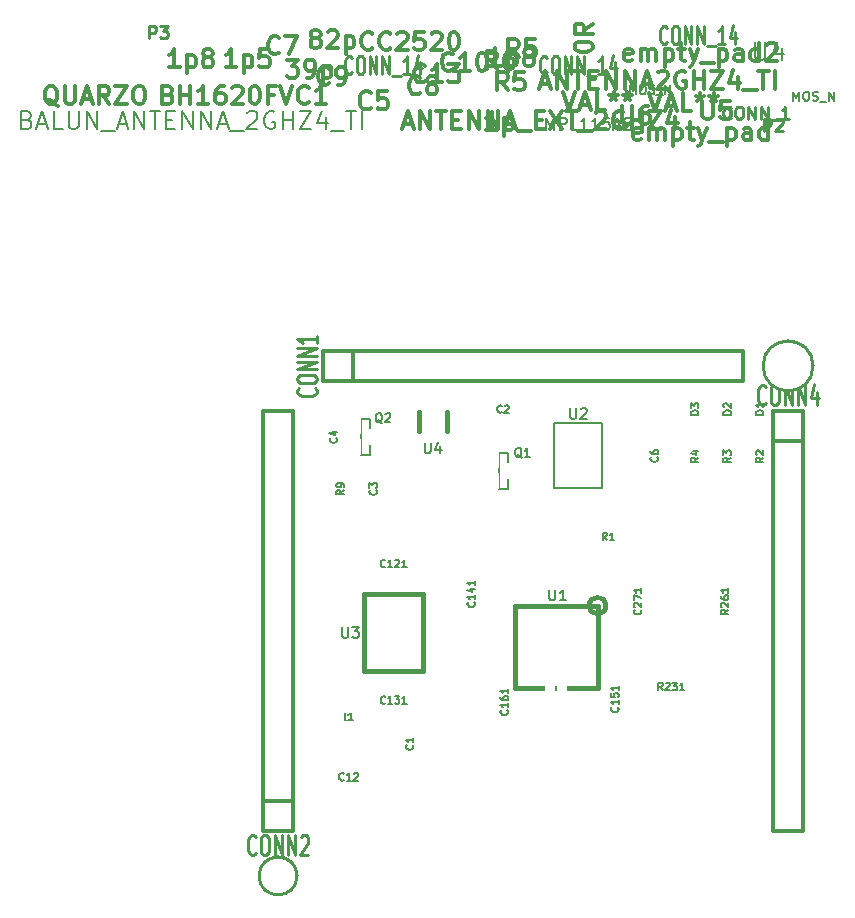
<source format=gto>
G04 (created by PCBNEW (2013-mar-13)-testing) date Sun 04 Aug 2013 09:21:59 PM CEST*
%MOIN*%
G04 Gerber Fmt 3.4, Leading zero omitted, Abs format*
%FSLAX34Y34*%
G01*
G70*
G90*
G04 APERTURE LIST*
%ADD10C,0.005906*%
%ADD11C,0.015000*%
%ADD12C,0.005000*%
%ADD13C,0.005900*%
%ADD14C,0.012000*%
%ADD15C,0.010000*%
%ADD16C,0.007500*%
%ADD17C,0.006000*%
%ADD18C,0.010700*%
%ADD19C,0.116000*%
%ADD20R,0.052000X0.052000*%
%ADD21R,0.027800X0.035700*%
%ADD22O,0.027000X0.055400*%
%ADD23O,0.055400X0.027000*%
%ADD24R,0.153800X0.153800*%
%ADD25R,0.047500X0.035700*%
%ADD26R,0.067200X0.079000*%
%ADD27C,0.156000*%
%ADD28R,0.071000X0.051000*%
%ADD29R,0.051000X0.071000*%
%ADD30C,0.086000*%
%ADD31R,0.086000X0.086000*%
%ADD32R,0.075100X0.075100*%
%ADD33C,0.075100*%
%ADD34R,0.036000X0.039600*%
%ADD35R,0.039600X0.036000*%
G04 APERTURE END LIST*
G54D10*
G54D11*
X21600Y-38000D02*
G75*
G03X21600Y-38000I-600J0D01*
G74*
G01*
G54D12*
X28350Y-25100D02*
X28350Y-23900D01*
X28350Y-23900D02*
X28650Y-23900D01*
X28650Y-23900D02*
X28650Y-25100D01*
X28650Y-25100D02*
X28350Y-25100D01*
X23757Y-23955D02*
X23757Y-22755D01*
X23757Y-22755D02*
X24057Y-22755D01*
X24057Y-22755D02*
X24057Y-23955D01*
X24057Y-23955D02*
X23757Y-23955D01*
G54D11*
X25699Y-22549D02*
X25699Y-23179D01*
X26644Y-22549D02*
X26644Y-23179D01*
X31926Y-28992D02*
G75*
G03X31926Y-28992I-278J0D01*
G74*
G01*
X31648Y-28992D02*
X31648Y-31748D01*
X31648Y-31748D02*
X28892Y-31748D01*
X28892Y-31748D02*
X28892Y-28992D01*
X28892Y-28992D02*
X31648Y-28992D01*
G54D13*
X31787Y-22917D02*
X31787Y-25083D01*
X31787Y-25083D02*
X30213Y-25083D01*
X30213Y-25083D02*
X30213Y-22917D01*
X30213Y-22917D02*
X31787Y-22917D01*
G54D11*
X25826Y-31161D02*
X23858Y-31161D01*
X23858Y-31161D02*
X23858Y-28601D01*
X23858Y-28601D02*
X25826Y-28601D01*
X25826Y-28601D02*
X25826Y-31161D01*
X38800Y-21000D02*
G75*
G03X38800Y-21000I-800J0D01*
G74*
G01*
G54D14*
X23500Y-21500D02*
X23500Y-20500D01*
X22500Y-20500D02*
X36500Y-20500D01*
X36500Y-20500D02*
X36500Y-21500D01*
X36500Y-21500D02*
X22500Y-21500D01*
X22500Y-21500D02*
X22500Y-20500D01*
X21500Y-35500D02*
X20500Y-35500D01*
X20500Y-36500D02*
X20500Y-22500D01*
X20500Y-22500D02*
X21500Y-22500D01*
X21500Y-22500D02*
X21500Y-36500D01*
X21500Y-36500D02*
X20500Y-36500D01*
X37500Y-23500D02*
X38500Y-23500D01*
X38500Y-22500D02*
X38500Y-36500D01*
X38500Y-36500D02*
X37500Y-36500D01*
X37500Y-36500D02*
X37500Y-22500D01*
X37500Y-22500D02*
X38500Y-22500D01*
G54D10*
X36910Y-10216D02*
X36910Y-10694D01*
X36938Y-10750D01*
X36966Y-10779D01*
X37022Y-10807D01*
X37135Y-10807D01*
X37191Y-10779D01*
X37219Y-10750D01*
X37247Y-10694D01*
X37247Y-10216D01*
X37781Y-10413D02*
X37781Y-10807D01*
X37641Y-10188D02*
X37500Y-10610D01*
X37866Y-10610D01*
X12636Y-12797D02*
X12720Y-12825D01*
X12748Y-12854D01*
X12776Y-12910D01*
X12776Y-12994D01*
X12748Y-13050D01*
X12720Y-13079D01*
X12664Y-13107D01*
X12439Y-13107D01*
X12439Y-12516D01*
X12636Y-12516D01*
X12692Y-12544D01*
X12720Y-12572D01*
X12748Y-12629D01*
X12748Y-12685D01*
X12720Y-12741D01*
X12692Y-12769D01*
X12636Y-12797D01*
X12439Y-12797D01*
X13001Y-12938D02*
X13283Y-12938D01*
X12945Y-13107D02*
X13142Y-12516D01*
X13339Y-13107D01*
X13817Y-13107D02*
X13536Y-13107D01*
X13536Y-12516D01*
X14014Y-12516D02*
X14014Y-12994D01*
X14042Y-13050D01*
X14070Y-13079D01*
X14126Y-13107D01*
X14239Y-13107D01*
X14295Y-13079D01*
X14323Y-13050D01*
X14351Y-12994D01*
X14351Y-12516D01*
X14632Y-13107D02*
X14632Y-12516D01*
X14970Y-13107D01*
X14970Y-12516D01*
X15111Y-13163D02*
X15560Y-13163D01*
X15673Y-12938D02*
X15954Y-12938D01*
X15617Y-13107D02*
X15814Y-12516D01*
X16010Y-13107D01*
X16207Y-13107D02*
X16207Y-12516D01*
X16545Y-13107D01*
X16545Y-12516D01*
X16742Y-12516D02*
X17079Y-12516D01*
X16910Y-13107D02*
X16910Y-12516D01*
X17276Y-12797D02*
X17473Y-12797D01*
X17557Y-13107D02*
X17276Y-13107D01*
X17276Y-12516D01*
X17557Y-12516D01*
X17810Y-13107D02*
X17810Y-12516D01*
X18148Y-13107D01*
X18148Y-12516D01*
X18429Y-13107D02*
X18429Y-12516D01*
X18766Y-13107D01*
X18766Y-12516D01*
X19019Y-12938D02*
X19301Y-12938D01*
X18963Y-13107D02*
X19160Y-12516D01*
X19357Y-13107D01*
X19413Y-13163D02*
X19863Y-13163D01*
X19976Y-12572D02*
X20004Y-12544D01*
X20060Y-12516D01*
X20200Y-12516D01*
X20257Y-12544D01*
X20285Y-12572D01*
X20313Y-12629D01*
X20313Y-12685D01*
X20285Y-12769D01*
X19947Y-13107D01*
X20313Y-13107D01*
X20875Y-12544D02*
X20819Y-12516D01*
X20735Y-12516D01*
X20650Y-12544D01*
X20594Y-12600D01*
X20566Y-12657D01*
X20538Y-12769D01*
X20538Y-12854D01*
X20566Y-12966D01*
X20594Y-13022D01*
X20650Y-13079D01*
X20735Y-13107D01*
X20791Y-13107D01*
X20875Y-13079D01*
X20904Y-13050D01*
X20904Y-12854D01*
X20791Y-12854D01*
X21157Y-13107D02*
X21157Y-12516D01*
X21157Y-12797D02*
X21494Y-12797D01*
X21494Y-13107D02*
X21494Y-12516D01*
X21719Y-12516D02*
X22113Y-12516D01*
X21719Y-13107D01*
X22113Y-13107D01*
X22591Y-12713D02*
X22591Y-13107D01*
X22450Y-12488D02*
X22310Y-12910D01*
X22675Y-12910D01*
X22760Y-13163D02*
X23209Y-13163D01*
X23266Y-12516D02*
X23603Y-12516D01*
X23434Y-13107D02*
X23434Y-12516D01*
X23800Y-13107D02*
X23800Y-12516D01*
G54D15*
X16704Y-10080D02*
X16704Y-9680D01*
X16857Y-9680D01*
X16895Y-9700D01*
X16914Y-9719D01*
X16933Y-9757D01*
X16933Y-9814D01*
X16914Y-9852D01*
X16895Y-9871D01*
X16857Y-9890D01*
X16704Y-9890D01*
X17066Y-9680D02*
X17314Y-9680D01*
X17180Y-9833D01*
X17238Y-9833D01*
X17276Y-9852D01*
X17295Y-9871D01*
X17314Y-9909D01*
X17314Y-10004D01*
X17295Y-10042D01*
X17276Y-10061D01*
X17238Y-10080D01*
X17123Y-10080D01*
X17085Y-10061D01*
X17066Y-10042D01*
G54D16*
X29121Y-24064D02*
X29092Y-24050D01*
X29064Y-24021D01*
X29021Y-23978D01*
X28992Y-23964D01*
X28964Y-23964D01*
X28978Y-24035D02*
X28950Y-24021D01*
X28921Y-23992D01*
X28907Y-23935D01*
X28907Y-23835D01*
X28921Y-23778D01*
X28950Y-23750D01*
X28978Y-23735D01*
X29035Y-23735D01*
X29064Y-23750D01*
X29092Y-23778D01*
X29107Y-23835D01*
X29107Y-23935D01*
X29092Y-23992D01*
X29064Y-24021D01*
X29035Y-24035D01*
X28978Y-24035D01*
X29392Y-24035D02*
X29221Y-24035D01*
X29307Y-24035D02*
X29307Y-23735D01*
X29278Y-23778D01*
X29250Y-23807D01*
X29221Y-23821D01*
X38178Y-12160D02*
X38178Y-11860D01*
X38278Y-12075D01*
X38378Y-11860D01*
X38378Y-12160D01*
X38578Y-11860D02*
X38635Y-11860D01*
X38664Y-11875D01*
X38692Y-11903D01*
X38707Y-11960D01*
X38707Y-12060D01*
X38692Y-12117D01*
X38664Y-12146D01*
X38635Y-12160D01*
X38578Y-12160D01*
X38550Y-12146D01*
X38521Y-12117D01*
X38507Y-12060D01*
X38507Y-11960D01*
X38521Y-11903D01*
X38550Y-11875D01*
X38578Y-11860D01*
X38821Y-12146D02*
X38864Y-12160D01*
X38935Y-12160D01*
X38964Y-12146D01*
X38978Y-12132D01*
X38992Y-12103D01*
X38992Y-12075D01*
X38978Y-12046D01*
X38964Y-12032D01*
X38935Y-12017D01*
X38878Y-12003D01*
X38850Y-11989D01*
X38835Y-11975D01*
X38821Y-11946D01*
X38821Y-11917D01*
X38835Y-11889D01*
X38850Y-11875D01*
X38878Y-11860D01*
X38950Y-11860D01*
X38992Y-11875D01*
X39050Y-12189D02*
X39278Y-12189D01*
X39350Y-12160D02*
X39350Y-11860D01*
X39521Y-12160D01*
X39521Y-11860D01*
X24471Y-22914D02*
X24442Y-22899D01*
X24414Y-22871D01*
X24371Y-22828D01*
X24342Y-22814D01*
X24314Y-22814D01*
X24328Y-22885D02*
X24299Y-22871D01*
X24271Y-22842D01*
X24257Y-22785D01*
X24257Y-22685D01*
X24271Y-22628D01*
X24299Y-22599D01*
X24328Y-22585D01*
X24385Y-22585D01*
X24414Y-22599D01*
X24442Y-22628D01*
X24457Y-22685D01*
X24457Y-22785D01*
X24442Y-22842D01*
X24414Y-22871D01*
X24385Y-22885D01*
X24328Y-22885D01*
X24571Y-22614D02*
X24585Y-22599D01*
X24614Y-22585D01*
X24685Y-22585D01*
X24714Y-22599D01*
X24728Y-22614D01*
X24742Y-22642D01*
X24742Y-22671D01*
X24728Y-22714D01*
X24557Y-22885D01*
X24742Y-22885D01*
X32728Y-11935D02*
X32728Y-11635D01*
X32828Y-11849D01*
X32928Y-11635D01*
X32928Y-11935D01*
X33128Y-11635D02*
X33185Y-11635D01*
X33214Y-11649D01*
X33242Y-11678D01*
X33257Y-11735D01*
X33257Y-11835D01*
X33242Y-11892D01*
X33214Y-11921D01*
X33185Y-11935D01*
X33128Y-11935D01*
X33099Y-11921D01*
X33071Y-11892D01*
X33057Y-11835D01*
X33057Y-11735D01*
X33071Y-11678D01*
X33099Y-11649D01*
X33128Y-11635D01*
X33371Y-11921D02*
X33414Y-11935D01*
X33485Y-11935D01*
X33514Y-11921D01*
X33528Y-11907D01*
X33542Y-11878D01*
X33542Y-11849D01*
X33528Y-11821D01*
X33514Y-11807D01*
X33485Y-11792D01*
X33428Y-11778D01*
X33399Y-11764D01*
X33385Y-11749D01*
X33371Y-11721D01*
X33371Y-11692D01*
X33385Y-11664D01*
X33399Y-11649D01*
X33428Y-11635D01*
X33499Y-11635D01*
X33542Y-11649D01*
X33599Y-11964D02*
X33828Y-11964D01*
X33899Y-11935D02*
X33899Y-11635D01*
X34071Y-11935D01*
X34071Y-11635D01*
G54D14*
X17335Y-11957D02*
X17421Y-11985D01*
X17449Y-12014D01*
X17478Y-12071D01*
X17478Y-12157D01*
X17449Y-12214D01*
X17421Y-12242D01*
X17364Y-12271D01*
X17135Y-12271D01*
X17135Y-11671D01*
X17335Y-11671D01*
X17392Y-11700D01*
X17421Y-11728D01*
X17449Y-11785D01*
X17449Y-11842D01*
X17421Y-11900D01*
X17392Y-11928D01*
X17335Y-11957D01*
X17135Y-11957D01*
X17735Y-12271D02*
X17735Y-11671D01*
X17735Y-11957D02*
X18078Y-11957D01*
X18078Y-12271D02*
X18078Y-11671D01*
X18678Y-12271D02*
X18335Y-12271D01*
X18507Y-12271D02*
X18507Y-11671D01*
X18449Y-11757D01*
X18392Y-11814D01*
X18335Y-11842D01*
X19192Y-11671D02*
X19078Y-11671D01*
X19021Y-11700D01*
X18992Y-11728D01*
X18935Y-11814D01*
X18907Y-11928D01*
X18907Y-12157D01*
X18935Y-12214D01*
X18964Y-12242D01*
X19021Y-12271D01*
X19135Y-12271D01*
X19192Y-12242D01*
X19221Y-12214D01*
X19249Y-12157D01*
X19249Y-12014D01*
X19221Y-11957D01*
X19192Y-11928D01*
X19135Y-11900D01*
X19021Y-11900D01*
X18964Y-11928D01*
X18935Y-11957D01*
X18907Y-12014D01*
X19478Y-11728D02*
X19507Y-11700D01*
X19564Y-11671D01*
X19707Y-11671D01*
X19764Y-11700D01*
X19792Y-11728D01*
X19821Y-11785D01*
X19821Y-11842D01*
X19792Y-11928D01*
X19449Y-12271D01*
X19821Y-12271D01*
X20192Y-11671D02*
X20250Y-11671D01*
X20307Y-11700D01*
X20335Y-11728D01*
X20364Y-11785D01*
X20392Y-11900D01*
X20392Y-12042D01*
X20364Y-12157D01*
X20335Y-12214D01*
X20307Y-12242D01*
X20250Y-12271D01*
X20192Y-12271D01*
X20135Y-12242D01*
X20107Y-12214D01*
X20078Y-12157D01*
X20050Y-12042D01*
X20050Y-11900D01*
X20078Y-11785D01*
X20107Y-11728D01*
X20135Y-11700D01*
X20192Y-11671D01*
X20850Y-11957D02*
X20650Y-11957D01*
X20650Y-12271D02*
X20650Y-11671D01*
X20935Y-11671D01*
X21078Y-11671D02*
X21278Y-12271D01*
X21478Y-11671D01*
X22021Y-12214D02*
X21992Y-12242D01*
X21907Y-12271D01*
X21850Y-12271D01*
X21764Y-12242D01*
X21707Y-12185D01*
X21678Y-12128D01*
X21650Y-12014D01*
X21650Y-11928D01*
X21678Y-11814D01*
X21707Y-11757D01*
X21764Y-11700D01*
X21850Y-11671D01*
X21907Y-11671D01*
X21992Y-11700D01*
X22021Y-11728D01*
X22592Y-12271D02*
X22250Y-12271D01*
X22421Y-12271D02*
X22421Y-11671D01*
X22364Y-11757D01*
X22307Y-11814D01*
X22250Y-11842D01*
G54D17*
X25883Y-23558D02*
X25883Y-23841D01*
X25900Y-23875D01*
X25916Y-23891D01*
X25950Y-23908D01*
X26016Y-23908D01*
X26050Y-23891D01*
X26066Y-23875D01*
X26083Y-23841D01*
X26083Y-23558D01*
X26400Y-23675D02*
X26400Y-23908D01*
X26316Y-23541D02*
X26233Y-23791D01*
X26450Y-23791D01*
X30033Y-28458D02*
X30033Y-28741D01*
X30050Y-28775D01*
X30066Y-28791D01*
X30100Y-28808D01*
X30166Y-28808D01*
X30200Y-28791D01*
X30216Y-28775D01*
X30233Y-28741D01*
X30233Y-28458D01*
X30583Y-28808D02*
X30383Y-28808D01*
X30483Y-28808D02*
X30483Y-28458D01*
X30450Y-28508D01*
X30416Y-28541D01*
X30383Y-28558D01*
G54D14*
X24142Y-10414D02*
X24114Y-10442D01*
X24028Y-10471D01*
X23971Y-10471D01*
X23885Y-10442D01*
X23828Y-10385D01*
X23799Y-10328D01*
X23771Y-10214D01*
X23771Y-10128D01*
X23799Y-10014D01*
X23828Y-9957D01*
X23885Y-9900D01*
X23971Y-9871D01*
X24028Y-9871D01*
X24114Y-9900D01*
X24142Y-9928D01*
X24742Y-10414D02*
X24714Y-10442D01*
X24628Y-10471D01*
X24571Y-10471D01*
X24485Y-10442D01*
X24428Y-10385D01*
X24399Y-10328D01*
X24371Y-10214D01*
X24371Y-10128D01*
X24399Y-10014D01*
X24428Y-9957D01*
X24485Y-9900D01*
X24571Y-9871D01*
X24628Y-9871D01*
X24714Y-9900D01*
X24742Y-9928D01*
X24971Y-9928D02*
X24999Y-9900D01*
X25057Y-9871D01*
X25199Y-9871D01*
X25257Y-9900D01*
X25285Y-9928D01*
X25314Y-9985D01*
X25314Y-10042D01*
X25285Y-10128D01*
X24942Y-10471D01*
X25314Y-10471D01*
X25857Y-9871D02*
X25571Y-9871D01*
X25542Y-10157D01*
X25571Y-10128D01*
X25628Y-10100D01*
X25771Y-10100D01*
X25828Y-10128D01*
X25857Y-10157D01*
X25885Y-10214D01*
X25885Y-10357D01*
X25857Y-10414D01*
X25828Y-10442D01*
X25771Y-10471D01*
X25628Y-10471D01*
X25571Y-10442D01*
X25542Y-10414D01*
X26114Y-9928D02*
X26142Y-9900D01*
X26200Y-9871D01*
X26342Y-9871D01*
X26400Y-9900D01*
X26428Y-9928D01*
X26457Y-9985D01*
X26457Y-10042D01*
X26428Y-10128D01*
X26085Y-10471D01*
X26457Y-10471D01*
X26828Y-9871D02*
X26885Y-9871D01*
X26942Y-9900D01*
X26971Y-9928D01*
X27000Y-9985D01*
X27028Y-10100D01*
X27028Y-10242D01*
X27000Y-10357D01*
X26971Y-10414D01*
X26942Y-10442D01*
X26885Y-10471D01*
X26828Y-10471D01*
X26771Y-10442D01*
X26742Y-10414D01*
X26714Y-10357D01*
X26685Y-10242D01*
X26685Y-10100D01*
X26714Y-9985D01*
X26742Y-9928D01*
X26771Y-9900D01*
X26828Y-9871D01*
G54D17*
X30733Y-22408D02*
X30733Y-22691D01*
X30750Y-22725D01*
X30766Y-22741D01*
X30800Y-22758D01*
X30866Y-22758D01*
X30900Y-22741D01*
X30916Y-22725D01*
X30933Y-22691D01*
X30933Y-22408D01*
X31083Y-22441D02*
X31100Y-22425D01*
X31133Y-22408D01*
X31216Y-22408D01*
X31250Y-22425D01*
X31266Y-22441D01*
X31283Y-22475D01*
X31283Y-22508D01*
X31266Y-22558D01*
X31066Y-22758D01*
X31283Y-22758D01*
G54D13*
X29942Y-13128D02*
X29942Y-12734D01*
X30074Y-13015D01*
X30205Y-12734D01*
X30205Y-13128D01*
X30393Y-13128D02*
X30393Y-12734D01*
X30543Y-12734D01*
X30580Y-12753D01*
X30599Y-12771D01*
X30618Y-12809D01*
X30618Y-12865D01*
X30599Y-12903D01*
X30580Y-12921D01*
X30543Y-12940D01*
X30393Y-12940D01*
X30974Y-13128D02*
X30787Y-13128D01*
X30787Y-12734D01*
X31312Y-13128D02*
X31087Y-13128D01*
X31199Y-13128D02*
X31199Y-12734D01*
X31162Y-12790D01*
X31124Y-12828D01*
X31087Y-12846D01*
X31687Y-13128D02*
X31462Y-13128D01*
X31575Y-13128D02*
X31575Y-12734D01*
X31537Y-12790D01*
X31500Y-12828D01*
X31462Y-12846D01*
X32044Y-12734D02*
X31856Y-12734D01*
X31837Y-12921D01*
X31856Y-12903D01*
X31894Y-12884D01*
X31987Y-12884D01*
X32025Y-12903D01*
X32044Y-12921D01*
X32062Y-12959D01*
X32062Y-13053D01*
X32044Y-13090D01*
X32025Y-13109D01*
X31987Y-13128D01*
X31894Y-13128D01*
X31856Y-13109D01*
X31837Y-13090D01*
X32213Y-13015D02*
X32400Y-13015D01*
X32175Y-13128D02*
X32306Y-12734D01*
X32438Y-13128D01*
X32550Y-12771D02*
X32569Y-12753D01*
X32607Y-12734D01*
X32700Y-12734D01*
X32738Y-12753D01*
X32757Y-12771D01*
X32775Y-12809D01*
X32775Y-12846D01*
X32757Y-12903D01*
X32532Y-13128D01*
X32775Y-13128D01*
G54D17*
X23133Y-29708D02*
X23133Y-29991D01*
X23150Y-30025D01*
X23166Y-30041D01*
X23200Y-30058D01*
X23266Y-30058D01*
X23300Y-30041D01*
X23316Y-30025D01*
X23333Y-29991D01*
X23333Y-29708D01*
X23466Y-29708D02*
X23683Y-29708D01*
X23566Y-29841D01*
X23616Y-29841D01*
X23650Y-29858D01*
X23666Y-29875D01*
X23683Y-29908D01*
X23683Y-29991D01*
X23666Y-30025D01*
X23650Y-30041D01*
X23616Y-30058D01*
X23516Y-30058D01*
X23483Y-30041D01*
X23466Y-30025D01*
G54D14*
X13657Y-12328D02*
X13600Y-12300D01*
X13542Y-12242D01*
X13457Y-12157D01*
X13400Y-12128D01*
X13342Y-12128D01*
X13371Y-12271D02*
X13314Y-12242D01*
X13257Y-12185D01*
X13228Y-12071D01*
X13228Y-11871D01*
X13257Y-11757D01*
X13314Y-11700D01*
X13371Y-11671D01*
X13485Y-11671D01*
X13542Y-11700D01*
X13600Y-11757D01*
X13628Y-11871D01*
X13628Y-12071D01*
X13600Y-12185D01*
X13542Y-12242D01*
X13485Y-12271D01*
X13371Y-12271D01*
X13885Y-11671D02*
X13885Y-12157D01*
X13914Y-12214D01*
X13942Y-12242D01*
X14000Y-12271D01*
X14114Y-12271D01*
X14171Y-12242D01*
X14200Y-12214D01*
X14228Y-12157D01*
X14228Y-11671D01*
X14485Y-12100D02*
X14771Y-12100D01*
X14428Y-12271D02*
X14628Y-11671D01*
X14828Y-12271D01*
X15371Y-12271D02*
X15171Y-11985D01*
X15028Y-12271D02*
X15028Y-11671D01*
X15257Y-11671D01*
X15314Y-11700D01*
X15342Y-11728D01*
X15371Y-11785D01*
X15371Y-11871D01*
X15342Y-11928D01*
X15314Y-11957D01*
X15257Y-11985D01*
X15028Y-11985D01*
X15571Y-11671D02*
X15971Y-11671D01*
X15571Y-12271D01*
X15971Y-12271D01*
X16314Y-11671D02*
X16428Y-11671D01*
X16485Y-11700D01*
X16542Y-11757D01*
X16571Y-11871D01*
X16571Y-12071D01*
X16542Y-12185D01*
X16485Y-12242D01*
X16428Y-12271D01*
X16314Y-12271D01*
X16257Y-12242D01*
X16200Y-12185D01*
X16171Y-12071D01*
X16171Y-11871D01*
X16200Y-11757D01*
X16257Y-11700D01*
X16314Y-11671D01*
G54D15*
X37204Y-13180D02*
X37204Y-12780D01*
X37357Y-12780D01*
X37395Y-12800D01*
X37414Y-12819D01*
X37433Y-12857D01*
X37433Y-12914D01*
X37414Y-12952D01*
X37395Y-12971D01*
X37357Y-12990D01*
X37204Y-12990D01*
X37585Y-12819D02*
X37604Y-12800D01*
X37642Y-12780D01*
X37738Y-12780D01*
X37776Y-12800D01*
X37795Y-12819D01*
X37814Y-12857D01*
X37814Y-12895D01*
X37795Y-12952D01*
X37566Y-13180D01*
X37814Y-13180D01*
X36082Y-12722D02*
X36063Y-12741D01*
X36006Y-12760D01*
X35968Y-12760D01*
X35910Y-12741D01*
X35872Y-12703D01*
X35853Y-12665D01*
X35834Y-12589D01*
X35834Y-12532D01*
X35853Y-12456D01*
X35872Y-12418D01*
X35910Y-12380D01*
X35968Y-12360D01*
X36006Y-12360D01*
X36063Y-12380D01*
X36082Y-12399D01*
X36330Y-12360D02*
X36406Y-12360D01*
X36444Y-12380D01*
X36482Y-12418D01*
X36501Y-12494D01*
X36501Y-12627D01*
X36482Y-12703D01*
X36444Y-12741D01*
X36406Y-12760D01*
X36330Y-12760D01*
X36291Y-12741D01*
X36253Y-12703D01*
X36234Y-12627D01*
X36234Y-12494D01*
X36253Y-12418D01*
X36291Y-12380D01*
X36330Y-12360D01*
X36672Y-12760D02*
X36672Y-12360D01*
X36901Y-12760D01*
X36901Y-12360D01*
X37091Y-12760D02*
X37091Y-12360D01*
X37320Y-12760D01*
X37320Y-12360D01*
X37415Y-12799D02*
X37720Y-12799D01*
X38025Y-12760D02*
X37796Y-12760D01*
X37910Y-12760D02*
X37910Y-12360D01*
X37872Y-12418D01*
X37834Y-12456D01*
X37796Y-12475D01*
G54D12*
X25489Y-33641D02*
X25501Y-33653D01*
X25513Y-33689D01*
X25513Y-33713D01*
X25501Y-33748D01*
X25477Y-33772D01*
X25453Y-33784D01*
X25405Y-33796D01*
X25370Y-33796D01*
X25322Y-33784D01*
X25298Y-33772D01*
X25275Y-33748D01*
X25263Y-33713D01*
X25263Y-33689D01*
X25275Y-33653D01*
X25286Y-33641D01*
X25513Y-33403D02*
X25513Y-33546D01*
X25513Y-33475D02*
X25263Y-33475D01*
X25298Y-33498D01*
X25322Y-33522D01*
X25334Y-33546D01*
X28458Y-22539D02*
X28446Y-22551D01*
X28410Y-22563D01*
X28386Y-22563D01*
X28351Y-22551D01*
X28327Y-22527D01*
X28315Y-22503D01*
X28303Y-22455D01*
X28303Y-22420D01*
X28315Y-22372D01*
X28327Y-22348D01*
X28351Y-22325D01*
X28386Y-22313D01*
X28410Y-22313D01*
X28446Y-22325D01*
X28458Y-22336D01*
X28553Y-22336D02*
X28565Y-22325D01*
X28589Y-22313D01*
X28648Y-22313D01*
X28672Y-22325D01*
X28684Y-22336D01*
X28696Y-22360D01*
X28696Y-22384D01*
X28684Y-22420D01*
X28541Y-22563D01*
X28696Y-22563D01*
X24269Y-25141D02*
X24281Y-25153D01*
X24293Y-25189D01*
X24293Y-25213D01*
X24281Y-25248D01*
X24257Y-25272D01*
X24233Y-25284D01*
X24185Y-25296D01*
X24150Y-25296D01*
X24102Y-25284D01*
X24078Y-25272D01*
X24055Y-25248D01*
X24043Y-25213D01*
X24043Y-25189D01*
X24055Y-25153D01*
X24066Y-25141D01*
X24043Y-25058D02*
X24043Y-24903D01*
X24138Y-24986D01*
X24138Y-24951D01*
X24150Y-24927D01*
X24162Y-24915D01*
X24185Y-24903D01*
X24245Y-24903D01*
X24269Y-24915D01*
X24281Y-24927D01*
X24293Y-24951D01*
X24293Y-25022D01*
X24281Y-25046D01*
X24269Y-25058D01*
X22943Y-23407D02*
X22955Y-23419D01*
X22967Y-23455D01*
X22967Y-23479D01*
X22955Y-23514D01*
X22931Y-23538D01*
X22907Y-23550D01*
X22859Y-23562D01*
X22824Y-23562D01*
X22776Y-23550D01*
X22752Y-23538D01*
X22729Y-23514D01*
X22717Y-23479D01*
X22717Y-23455D01*
X22729Y-23419D01*
X22740Y-23407D01*
X22800Y-23193D02*
X22967Y-23193D01*
X22705Y-23252D02*
X22883Y-23312D01*
X22883Y-23157D01*
X33639Y-24041D02*
X33651Y-24053D01*
X33663Y-24089D01*
X33663Y-24113D01*
X33651Y-24148D01*
X33627Y-24172D01*
X33603Y-24184D01*
X33555Y-24196D01*
X33520Y-24196D01*
X33472Y-24184D01*
X33448Y-24172D01*
X33425Y-24148D01*
X33413Y-24113D01*
X33413Y-24089D01*
X33425Y-24053D01*
X33436Y-24041D01*
X33413Y-23827D02*
X33413Y-23875D01*
X33425Y-23898D01*
X33436Y-23910D01*
X33472Y-23934D01*
X33520Y-23946D01*
X33615Y-23946D01*
X33639Y-23934D01*
X33651Y-23922D01*
X33663Y-23898D01*
X33663Y-23851D01*
X33651Y-23827D01*
X33639Y-23815D01*
X33615Y-23803D01*
X33555Y-23803D01*
X33532Y-23815D01*
X33520Y-23827D01*
X33508Y-23851D01*
X33508Y-23898D01*
X33520Y-23922D01*
X33532Y-23934D01*
X33555Y-23946D01*
X23188Y-34798D02*
X23176Y-34810D01*
X23140Y-34822D01*
X23116Y-34822D01*
X23081Y-34810D01*
X23057Y-34787D01*
X23045Y-34763D01*
X23033Y-34715D01*
X23033Y-34679D01*
X23045Y-34632D01*
X23057Y-34608D01*
X23081Y-34584D01*
X23116Y-34572D01*
X23140Y-34572D01*
X23176Y-34584D01*
X23188Y-34596D01*
X23426Y-34822D02*
X23283Y-34822D01*
X23355Y-34822D02*
X23355Y-34572D01*
X23331Y-34608D01*
X23307Y-34632D01*
X23283Y-34644D01*
X23521Y-34596D02*
X23533Y-34584D01*
X23557Y-34572D01*
X23616Y-34572D01*
X23640Y-34584D01*
X23652Y-34596D01*
X23664Y-34620D01*
X23664Y-34644D01*
X23652Y-34679D01*
X23509Y-34822D01*
X23664Y-34822D01*
X24570Y-27689D02*
X24558Y-27701D01*
X24522Y-27713D01*
X24498Y-27713D01*
X24463Y-27701D01*
X24439Y-27677D01*
X24427Y-27653D01*
X24415Y-27605D01*
X24415Y-27570D01*
X24427Y-27522D01*
X24439Y-27498D01*
X24463Y-27475D01*
X24498Y-27463D01*
X24522Y-27463D01*
X24558Y-27475D01*
X24570Y-27486D01*
X24808Y-27713D02*
X24665Y-27713D01*
X24736Y-27713D02*
X24736Y-27463D01*
X24713Y-27498D01*
X24689Y-27522D01*
X24665Y-27534D01*
X24903Y-27486D02*
X24915Y-27475D01*
X24939Y-27463D01*
X24998Y-27463D01*
X25022Y-27475D01*
X25034Y-27486D01*
X25046Y-27510D01*
X25046Y-27534D01*
X25034Y-27570D01*
X24891Y-27713D01*
X25046Y-27713D01*
X25284Y-27713D02*
X25141Y-27713D01*
X25213Y-27713D02*
X25213Y-27463D01*
X25189Y-27498D01*
X25165Y-27522D01*
X25141Y-27534D01*
X24570Y-32239D02*
X24558Y-32251D01*
X24522Y-32263D01*
X24498Y-32263D01*
X24463Y-32251D01*
X24439Y-32227D01*
X24427Y-32203D01*
X24415Y-32155D01*
X24415Y-32120D01*
X24427Y-32072D01*
X24439Y-32048D01*
X24463Y-32025D01*
X24498Y-32013D01*
X24522Y-32013D01*
X24558Y-32025D01*
X24570Y-32036D01*
X24808Y-32263D02*
X24665Y-32263D01*
X24736Y-32263D02*
X24736Y-32013D01*
X24713Y-32048D01*
X24689Y-32072D01*
X24665Y-32084D01*
X24891Y-32013D02*
X25046Y-32013D01*
X24963Y-32108D01*
X24998Y-32108D01*
X25022Y-32120D01*
X25034Y-32132D01*
X25046Y-32155D01*
X25046Y-32215D01*
X25034Y-32239D01*
X25022Y-32251D01*
X24998Y-32263D01*
X24927Y-32263D01*
X24903Y-32251D01*
X24891Y-32239D01*
X25284Y-32263D02*
X25141Y-32263D01*
X25213Y-32263D02*
X25213Y-32013D01*
X25189Y-32048D01*
X25165Y-32072D01*
X25141Y-32084D01*
X27539Y-28879D02*
X27551Y-28891D01*
X27563Y-28927D01*
X27563Y-28951D01*
X27551Y-28986D01*
X27527Y-29010D01*
X27503Y-29022D01*
X27455Y-29034D01*
X27420Y-29034D01*
X27372Y-29022D01*
X27348Y-29010D01*
X27325Y-28986D01*
X27313Y-28951D01*
X27313Y-28927D01*
X27325Y-28891D01*
X27336Y-28879D01*
X27563Y-28641D02*
X27563Y-28784D01*
X27563Y-28713D02*
X27313Y-28713D01*
X27348Y-28736D01*
X27372Y-28760D01*
X27384Y-28784D01*
X27396Y-28427D02*
X27563Y-28427D01*
X27301Y-28486D02*
X27479Y-28546D01*
X27479Y-28391D01*
X27563Y-28165D02*
X27563Y-28308D01*
X27563Y-28236D02*
X27313Y-28236D01*
X27348Y-28260D01*
X27372Y-28284D01*
X27384Y-28308D01*
X32327Y-32379D02*
X32339Y-32391D01*
X32351Y-32427D01*
X32351Y-32451D01*
X32339Y-32486D01*
X32315Y-32510D01*
X32292Y-32522D01*
X32244Y-32534D01*
X32208Y-32534D01*
X32161Y-32522D01*
X32137Y-32510D01*
X32113Y-32486D01*
X32101Y-32451D01*
X32101Y-32427D01*
X32113Y-32391D01*
X32125Y-32379D01*
X32351Y-32141D02*
X32351Y-32284D01*
X32351Y-32213D02*
X32101Y-32213D01*
X32137Y-32236D01*
X32161Y-32260D01*
X32173Y-32284D01*
X32101Y-31915D02*
X32101Y-32034D01*
X32220Y-32046D01*
X32208Y-32034D01*
X32196Y-32010D01*
X32196Y-31951D01*
X32208Y-31927D01*
X32220Y-31915D01*
X32244Y-31903D01*
X32304Y-31903D01*
X32327Y-31915D01*
X32339Y-31927D01*
X32351Y-31951D01*
X32351Y-32010D01*
X32339Y-32034D01*
X32327Y-32046D01*
X32351Y-31665D02*
X32351Y-31808D01*
X32351Y-31736D02*
X32101Y-31736D01*
X32137Y-31760D01*
X32161Y-31784D01*
X32173Y-31808D01*
X28639Y-32479D02*
X28651Y-32491D01*
X28663Y-32527D01*
X28663Y-32551D01*
X28651Y-32586D01*
X28627Y-32610D01*
X28603Y-32622D01*
X28555Y-32634D01*
X28520Y-32634D01*
X28472Y-32622D01*
X28448Y-32610D01*
X28425Y-32586D01*
X28413Y-32551D01*
X28413Y-32527D01*
X28425Y-32491D01*
X28436Y-32479D01*
X28663Y-32241D02*
X28663Y-32384D01*
X28663Y-32313D02*
X28413Y-32313D01*
X28448Y-32336D01*
X28472Y-32360D01*
X28484Y-32384D01*
X28413Y-32027D02*
X28413Y-32075D01*
X28425Y-32098D01*
X28436Y-32110D01*
X28472Y-32134D01*
X28520Y-32146D01*
X28615Y-32146D01*
X28639Y-32134D01*
X28651Y-32122D01*
X28663Y-32098D01*
X28663Y-32051D01*
X28651Y-32027D01*
X28639Y-32015D01*
X28615Y-32003D01*
X28555Y-32003D01*
X28532Y-32015D01*
X28520Y-32027D01*
X28508Y-32051D01*
X28508Y-32098D01*
X28520Y-32122D01*
X28532Y-32134D01*
X28555Y-32146D01*
X28663Y-31765D02*
X28663Y-31908D01*
X28663Y-31836D02*
X28413Y-31836D01*
X28448Y-31860D01*
X28472Y-31884D01*
X28484Y-31908D01*
X33089Y-29129D02*
X33101Y-29141D01*
X33113Y-29177D01*
X33113Y-29201D01*
X33101Y-29236D01*
X33077Y-29260D01*
X33053Y-29272D01*
X33005Y-29284D01*
X32970Y-29284D01*
X32922Y-29272D01*
X32898Y-29260D01*
X32875Y-29236D01*
X32863Y-29201D01*
X32863Y-29177D01*
X32875Y-29141D01*
X32886Y-29129D01*
X32886Y-29034D02*
X32875Y-29022D01*
X32863Y-28998D01*
X32863Y-28939D01*
X32875Y-28915D01*
X32886Y-28903D01*
X32910Y-28891D01*
X32934Y-28891D01*
X32970Y-28903D01*
X33113Y-29046D01*
X33113Y-28891D01*
X32863Y-28808D02*
X32863Y-28641D01*
X33113Y-28748D01*
X33113Y-28415D02*
X33113Y-28558D01*
X33113Y-28486D02*
X32863Y-28486D01*
X32898Y-28510D01*
X32922Y-28534D01*
X32934Y-28558D01*
X37179Y-22625D02*
X36929Y-22625D01*
X36929Y-22565D01*
X36940Y-22530D01*
X36964Y-22506D01*
X36988Y-22494D01*
X37036Y-22482D01*
X37071Y-22482D01*
X37119Y-22494D01*
X37143Y-22506D01*
X37167Y-22530D01*
X37179Y-22565D01*
X37179Y-22625D01*
X37179Y-22244D02*
X37179Y-22387D01*
X37179Y-22315D02*
X36929Y-22315D01*
X36964Y-22339D01*
X36988Y-22363D01*
X37000Y-22387D01*
X36096Y-22625D02*
X35846Y-22625D01*
X35846Y-22565D01*
X35857Y-22530D01*
X35881Y-22506D01*
X35905Y-22494D01*
X35953Y-22482D01*
X35988Y-22482D01*
X36036Y-22494D01*
X36060Y-22506D01*
X36084Y-22530D01*
X36096Y-22565D01*
X36096Y-22625D01*
X35869Y-22387D02*
X35857Y-22375D01*
X35846Y-22351D01*
X35846Y-22292D01*
X35857Y-22268D01*
X35869Y-22256D01*
X35893Y-22244D01*
X35917Y-22244D01*
X35953Y-22256D01*
X36096Y-22399D01*
X36096Y-22244D01*
X35013Y-22625D02*
X34763Y-22625D01*
X34763Y-22565D01*
X34775Y-22530D01*
X34798Y-22506D01*
X34822Y-22494D01*
X34870Y-22482D01*
X34905Y-22482D01*
X34953Y-22494D01*
X34977Y-22506D01*
X35001Y-22530D01*
X35013Y-22565D01*
X35013Y-22625D01*
X34763Y-22399D02*
X34763Y-22244D01*
X34858Y-22327D01*
X34858Y-22292D01*
X34870Y-22268D01*
X34882Y-22256D01*
X34905Y-22244D01*
X34965Y-22244D01*
X34989Y-22256D01*
X35001Y-22268D01*
X35013Y-22292D01*
X35013Y-22363D01*
X35001Y-22387D01*
X34989Y-22399D01*
X23262Y-32809D02*
X23238Y-32797D01*
X23227Y-32773D01*
X23227Y-32559D01*
X23488Y-32809D02*
X23346Y-32809D01*
X23417Y-32809D02*
X23417Y-32559D01*
X23393Y-32594D01*
X23369Y-32618D01*
X23346Y-32630D01*
X31958Y-26813D02*
X31875Y-26694D01*
X31815Y-26813D02*
X31815Y-26563D01*
X31910Y-26563D01*
X31934Y-26575D01*
X31946Y-26586D01*
X31958Y-26610D01*
X31958Y-26646D01*
X31946Y-26670D01*
X31934Y-26682D01*
X31910Y-26694D01*
X31815Y-26694D01*
X32196Y-26813D02*
X32053Y-26813D01*
X32125Y-26813D02*
X32125Y-26563D01*
X32101Y-26598D01*
X32077Y-26622D01*
X32053Y-26634D01*
X37179Y-24057D02*
X37060Y-24140D01*
X37179Y-24200D02*
X36929Y-24200D01*
X36929Y-24105D01*
X36940Y-24081D01*
X36952Y-24069D01*
X36976Y-24057D01*
X37012Y-24057D01*
X37036Y-24069D01*
X37048Y-24081D01*
X37060Y-24105D01*
X37060Y-24200D01*
X36952Y-23962D02*
X36940Y-23950D01*
X36929Y-23926D01*
X36929Y-23867D01*
X36940Y-23843D01*
X36952Y-23831D01*
X36976Y-23819D01*
X37000Y-23819D01*
X37036Y-23831D01*
X37179Y-23974D01*
X37179Y-23819D01*
X36096Y-24057D02*
X35977Y-24140D01*
X36096Y-24200D02*
X35846Y-24200D01*
X35846Y-24105D01*
X35857Y-24081D01*
X35869Y-24069D01*
X35893Y-24057D01*
X35929Y-24057D01*
X35953Y-24069D01*
X35965Y-24081D01*
X35977Y-24105D01*
X35977Y-24200D01*
X35846Y-23974D02*
X35846Y-23819D01*
X35941Y-23902D01*
X35941Y-23867D01*
X35953Y-23843D01*
X35965Y-23831D01*
X35988Y-23819D01*
X36048Y-23819D01*
X36072Y-23831D01*
X36084Y-23843D01*
X36096Y-23867D01*
X36096Y-23938D01*
X36084Y-23962D01*
X36072Y-23974D01*
X35013Y-24057D02*
X34894Y-24140D01*
X35013Y-24200D02*
X34763Y-24200D01*
X34763Y-24105D01*
X34775Y-24081D01*
X34786Y-24069D01*
X34810Y-24057D01*
X34846Y-24057D01*
X34870Y-24069D01*
X34882Y-24081D01*
X34894Y-24105D01*
X34894Y-24200D01*
X34846Y-23843D02*
X35013Y-23843D01*
X34751Y-23902D02*
X34929Y-23962D01*
X34929Y-23807D01*
X23193Y-25140D02*
X23074Y-25224D01*
X23193Y-25283D02*
X22943Y-25283D01*
X22943Y-25188D01*
X22955Y-25164D01*
X22966Y-25152D01*
X22990Y-25140D01*
X23026Y-25140D01*
X23050Y-25152D01*
X23062Y-25164D01*
X23074Y-25188D01*
X23074Y-25283D01*
X23193Y-25021D02*
X23193Y-24974D01*
X23181Y-24950D01*
X23169Y-24938D01*
X23133Y-24914D01*
X23085Y-24902D01*
X22990Y-24902D01*
X22966Y-24914D01*
X22955Y-24926D01*
X22943Y-24950D01*
X22943Y-24997D01*
X22955Y-25021D01*
X22966Y-25033D01*
X22990Y-25045D01*
X23050Y-25045D01*
X23074Y-25033D01*
X23085Y-25021D01*
X23097Y-24997D01*
X23097Y-24950D01*
X23085Y-24926D01*
X23074Y-24914D01*
X23050Y-24902D01*
X33820Y-31813D02*
X33736Y-31694D01*
X33677Y-31813D02*
X33677Y-31563D01*
X33772Y-31563D01*
X33796Y-31575D01*
X33808Y-31586D01*
X33820Y-31610D01*
X33820Y-31646D01*
X33808Y-31670D01*
X33796Y-31682D01*
X33772Y-31694D01*
X33677Y-31694D01*
X33915Y-31586D02*
X33927Y-31575D01*
X33951Y-31563D01*
X34010Y-31563D01*
X34034Y-31575D01*
X34046Y-31586D01*
X34058Y-31610D01*
X34058Y-31634D01*
X34046Y-31670D01*
X33903Y-31813D01*
X34058Y-31813D01*
X34141Y-31563D02*
X34296Y-31563D01*
X34213Y-31658D01*
X34248Y-31658D01*
X34272Y-31670D01*
X34284Y-31682D01*
X34296Y-31705D01*
X34296Y-31765D01*
X34284Y-31789D01*
X34272Y-31801D01*
X34248Y-31813D01*
X34177Y-31813D01*
X34153Y-31801D01*
X34141Y-31789D01*
X34534Y-31813D02*
X34391Y-31813D01*
X34463Y-31813D02*
X34463Y-31563D01*
X34439Y-31598D01*
X34415Y-31622D01*
X34391Y-31634D01*
X36013Y-29129D02*
X35894Y-29213D01*
X36013Y-29272D02*
X35763Y-29272D01*
X35763Y-29177D01*
X35775Y-29153D01*
X35786Y-29141D01*
X35810Y-29129D01*
X35846Y-29129D01*
X35870Y-29141D01*
X35882Y-29153D01*
X35894Y-29177D01*
X35894Y-29272D01*
X35786Y-29034D02*
X35775Y-29022D01*
X35763Y-28998D01*
X35763Y-28939D01*
X35775Y-28915D01*
X35786Y-28903D01*
X35810Y-28891D01*
X35834Y-28891D01*
X35870Y-28903D01*
X36013Y-29046D01*
X36013Y-28891D01*
X35763Y-28677D02*
X35763Y-28725D01*
X35775Y-28748D01*
X35786Y-28760D01*
X35822Y-28784D01*
X35870Y-28796D01*
X35965Y-28796D01*
X35989Y-28784D01*
X36001Y-28772D01*
X36013Y-28748D01*
X36013Y-28701D01*
X36001Y-28677D01*
X35989Y-28665D01*
X35965Y-28653D01*
X35905Y-28653D01*
X35882Y-28665D01*
X35870Y-28677D01*
X35858Y-28701D01*
X35858Y-28748D01*
X35870Y-28772D01*
X35882Y-28784D01*
X35905Y-28796D01*
X36013Y-28415D02*
X36013Y-28558D01*
X36013Y-28486D02*
X35763Y-28486D01*
X35798Y-28510D01*
X35822Y-28534D01*
X35834Y-28558D01*
G54D14*
X35142Y-12171D02*
X35142Y-12657D01*
X35171Y-12714D01*
X35200Y-12742D01*
X35257Y-12771D01*
X35371Y-12771D01*
X35428Y-12742D01*
X35457Y-12714D01*
X35485Y-12657D01*
X35485Y-12171D01*
X36057Y-12171D02*
X35771Y-12171D01*
X35742Y-12457D01*
X35771Y-12428D01*
X35828Y-12400D01*
X35971Y-12400D01*
X36028Y-12428D01*
X36057Y-12457D01*
X36085Y-12514D01*
X36085Y-12657D01*
X36057Y-12714D01*
X36028Y-12742D01*
X35971Y-12771D01*
X35828Y-12771D01*
X35771Y-12742D01*
X35742Y-12714D01*
X25182Y-12940D02*
X25468Y-12940D01*
X25125Y-13111D02*
X25325Y-12511D01*
X25525Y-13111D01*
X25725Y-13111D02*
X25725Y-12511D01*
X26068Y-13111D01*
X26068Y-12511D01*
X26268Y-12511D02*
X26611Y-12511D01*
X26439Y-13111D02*
X26439Y-12511D01*
X26811Y-12797D02*
X27011Y-12797D01*
X27097Y-13111D02*
X26811Y-13111D01*
X26811Y-12511D01*
X27097Y-12511D01*
X27354Y-13111D02*
X27354Y-12511D01*
X27697Y-13111D01*
X27697Y-12511D01*
X27982Y-13111D02*
X27982Y-12511D01*
X28325Y-13111D01*
X28325Y-12511D01*
X28582Y-12940D02*
X28868Y-12940D01*
X28525Y-13111D02*
X28725Y-12511D01*
X28925Y-13111D01*
X28982Y-13168D02*
X29439Y-13168D01*
X29582Y-12797D02*
X29782Y-12797D01*
X29868Y-13111D02*
X29582Y-13111D01*
X29582Y-12511D01*
X29868Y-12511D01*
X30068Y-12511D02*
X30468Y-13111D01*
X30468Y-12511D02*
X30068Y-13111D01*
X30611Y-12511D02*
X30954Y-12511D01*
X30782Y-13111D02*
X30782Y-12511D01*
X31011Y-13168D02*
X31468Y-13168D01*
X31582Y-12568D02*
X31611Y-12540D01*
X31668Y-12511D01*
X31811Y-12511D01*
X31868Y-12540D01*
X31897Y-12568D01*
X31925Y-12625D01*
X31925Y-12682D01*
X31897Y-12768D01*
X31554Y-13111D01*
X31925Y-13111D01*
X32497Y-12540D02*
X32440Y-12511D01*
X32354Y-12511D01*
X32268Y-12540D01*
X32211Y-12597D01*
X32182Y-12654D01*
X32154Y-12768D01*
X32154Y-12854D01*
X32182Y-12968D01*
X32211Y-13025D01*
X32268Y-13082D01*
X32354Y-13111D01*
X32411Y-13111D01*
X32497Y-13082D01*
X32525Y-13054D01*
X32525Y-12854D01*
X32411Y-12854D01*
X32782Y-13111D02*
X32782Y-12511D01*
X32782Y-12797D02*
X33125Y-12797D01*
X33125Y-13111D02*
X33125Y-12511D01*
X33354Y-12511D02*
X33754Y-12511D01*
X33354Y-13111D01*
X33754Y-13111D01*
X34240Y-12711D02*
X34240Y-13111D01*
X34097Y-12482D02*
X33954Y-12911D01*
X34325Y-12911D01*
X32448Y-12339D02*
X32448Y-12825D01*
X32477Y-12882D01*
X32506Y-12910D01*
X32563Y-12939D01*
X32677Y-12939D01*
X32734Y-12910D01*
X32763Y-12882D01*
X32791Y-12825D01*
X32791Y-12339D01*
X33334Y-12339D02*
X33220Y-12339D01*
X33163Y-12368D01*
X33134Y-12396D01*
X33077Y-12482D01*
X33048Y-12596D01*
X33048Y-12825D01*
X33077Y-12882D01*
X33106Y-12910D01*
X33163Y-12939D01*
X33277Y-12939D01*
X33334Y-12910D01*
X33363Y-12882D01*
X33391Y-12825D01*
X33391Y-12682D01*
X33363Y-12625D01*
X33334Y-12596D01*
X33277Y-12568D01*
X33163Y-12568D01*
X33106Y-12596D01*
X33077Y-12625D01*
X33048Y-12682D01*
X29751Y-11588D02*
X30037Y-11588D01*
X29694Y-11759D02*
X29894Y-11159D01*
X30094Y-11759D01*
X30294Y-11759D02*
X30294Y-11159D01*
X30637Y-11759D01*
X30637Y-11159D01*
X30837Y-11159D02*
X31180Y-11159D01*
X31008Y-11759D02*
X31008Y-11159D01*
X31380Y-11445D02*
X31580Y-11445D01*
X31666Y-11759D02*
X31380Y-11759D01*
X31380Y-11159D01*
X31666Y-11159D01*
X31923Y-11759D02*
X31923Y-11159D01*
X32266Y-11759D01*
X32266Y-11159D01*
X32551Y-11759D02*
X32551Y-11159D01*
X32894Y-11759D01*
X32894Y-11159D01*
X33151Y-11588D02*
X33437Y-11588D01*
X33094Y-11759D02*
X33294Y-11159D01*
X33494Y-11759D01*
X33666Y-11216D02*
X33694Y-11188D01*
X33751Y-11159D01*
X33894Y-11159D01*
X33951Y-11188D01*
X33980Y-11216D01*
X34008Y-11273D01*
X34008Y-11330D01*
X33980Y-11416D01*
X33637Y-11759D01*
X34008Y-11759D01*
X34580Y-11188D02*
X34523Y-11159D01*
X34437Y-11159D01*
X34351Y-11188D01*
X34294Y-11245D01*
X34266Y-11302D01*
X34237Y-11416D01*
X34237Y-11502D01*
X34266Y-11616D01*
X34294Y-11673D01*
X34351Y-11730D01*
X34437Y-11759D01*
X34494Y-11759D01*
X34580Y-11730D01*
X34608Y-11702D01*
X34608Y-11502D01*
X34494Y-11502D01*
X34866Y-11759D02*
X34866Y-11159D01*
X34866Y-11445D02*
X35208Y-11445D01*
X35208Y-11759D02*
X35208Y-11159D01*
X35437Y-11159D02*
X35837Y-11159D01*
X35437Y-11759D01*
X35837Y-11759D01*
X36323Y-11359D02*
X36323Y-11759D01*
X36180Y-11130D02*
X36037Y-11559D01*
X36408Y-11559D01*
X36494Y-11816D02*
X36951Y-11816D01*
X37008Y-11159D02*
X37351Y-11159D01*
X37180Y-11759D02*
X37180Y-11159D01*
X37551Y-11759D02*
X37551Y-11159D01*
G54D18*
X22243Y-21743D02*
X22275Y-21764D01*
X22308Y-21825D01*
X22308Y-21866D01*
X22275Y-21927D01*
X22210Y-21968D01*
X22145Y-21988D01*
X22016Y-22008D01*
X21918Y-22008D01*
X21789Y-21988D01*
X21724Y-21968D01*
X21659Y-21927D01*
X21627Y-21866D01*
X21627Y-21825D01*
X21659Y-21764D01*
X21691Y-21743D01*
X21627Y-21478D02*
X21627Y-21397D01*
X21659Y-21356D01*
X21724Y-21315D01*
X21854Y-21295D01*
X22081Y-21295D01*
X22210Y-21315D01*
X22275Y-21356D01*
X22308Y-21397D01*
X22308Y-21478D01*
X22275Y-21519D01*
X22210Y-21560D01*
X22081Y-21580D01*
X21854Y-21580D01*
X21724Y-21560D01*
X21659Y-21519D01*
X21627Y-21478D01*
X22308Y-21112D02*
X21627Y-21112D01*
X22308Y-20867D01*
X21627Y-20867D01*
X22308Y-20663D02*
X21627Y-20663D01*
X22308Y-20419D01*
X21627Y-20419D01*
X22308Y-19991D02*
X22308Y-20235D01*
X22308Y-20113D02*
X21627Y-20113D01*
X21724Y-20154D01*
X21789Y-20194D01*
X21821Y-20235D01*
G54D15*
X29961Y-11214D02*
X29942Y-11242D01*
X29885Y-11271D01*
X29847Y-11271D01*
X29790Y-11242D01*
X29752Y-11185D01*
X29733Y-11128D01*
X29714Y-11014D01*
X29714Y-10928D01*
X29733Y-10814D01*
X29752Y-10757D01*
X29790Y-10700D01*
X29847Y-10671D01*
X29885Y-10671D01*
X29942Y-10700D01*
X29961Y-10728D01*
X30209Y-10671D02*
X30285Y-10671D01*
X30323Y-10700D01*
X30361Y-10757D01*
X30380Y-10871D01*
X30380Y-11071D01*
X30361Y-11185D01*
X30323Y-11242D01*
X30285Y-11271D01*
X30209Y-11271D01*
X30171Y-11242D01*
X30133Y-11185D01*
X30114Y-11071D01*
X30114Y-10871D01*
X30133Y-10757D01*
X30171Y-10700D01*
X30209Y-10671D01*
X30552Y-11271D02*
X30552Y-10671D01*
X30780Y-11271D01*
X30780Y-10671D01*
X30971Y-11271D02*
X30971Y-10671D01*
X31200Y-11271D01*
X31200Y-10671D01*
X31295Y-11328D02*
X31600Y-11328D01*
X31904Y-11271D02*
X31676Y-11271D01*
X31790Y-11271D02*
X31790Y-10671D01*
X31752Y-10757D01*
X31714Y-10814D01*
X31676Y-10842D01*
X32247Y-10871D02*
X32247Y-11271D01*
X32152Y-10642D02*
X32057Y-11071D01*
X32304Y-11071D01*
G54D18*
X20256Y-37243D02*
X20235Y-37275D01*
X20174Y-37308D01*
X20133Y-37308D01*
X20072Y-37275D01*
X20031Y-37210D01*
X20011Y-37145D01*
X19991Y-37016D01*
X19991Y-36918D01*
X20011Y-36789D01*
X20031Y-36724D01*
X20072Y-36659D01*
X20133Y-36627D01*
X20174Y-36627D01*
X20235Y-36659D01*
X20256Y-36691D01*
X20521Y-36627D02*
X20602Y-36627D01*
X20643Y-36659D01*
X20684Y-36724D01*
X20704Y-36854D01*
X20704Y-37081D01*
X20684Y-37210D01*
X20643Y-37275D01*
X20602Y-37308D01*
X20521Y-37308D01*
X20480Y-37275D01*
X20439Y-37210D01*
X20419Y-37081D01*
X20419Y-36854D01*
X20439Y-36724D01*
X20480Y-36659D01*
X20521Y-36627D01*
X20887Y-37308D02*
X20887Y-36627D01*
X21132Y-37308D01*
X21132Y-36627D01*
X21336Y-37308D02*
X21336Y-36627D01*
X21580Y-37308D01*
X21580Y-36627D01*
X21764Y-36691D02*
X21784Y-36659D01*
X21825Y-36627D01*
X21927Y-36627D01*
X21968Y-36659D01*
X21988Y-36691D01*
X22008Y-36756D01*
X22008Y-36821D01*
X21988Y-36918D01*
X21743Y-37308D01*
X22008Y-37308D01*
G54D15*
X23461Y-11214D02*
X23442Y-11242D01*
X23385Y-11271D01*
X23347Y-11271D01*
X23290Y-11242D01*
X23252Y-11185D01*
X23233Y-11128D01*
X23214Y-11014D01*
X23214Y-10928D01*
X23233Y-10814D01*
X23252Y-10757D01*
X23290Y-10700D01*
X23347Y-10671D01*
X23385Y-10671D01*
X23442Y-10700D01*
X23461Y-10728D01*
X23709Y-10671D02*
X23785Y-10671D01*
X23823Y-10700D01*
X23861Y-10757D01*
X23880Y-10871D01*
X23880Y-11071D01*
X23861Y-11185D01*
X23823Y-11242D01*
X23785Y-11271D01*
X23709Y-11271D01*
X23671Y-11242D01*
X23633Y-11185D01*
X23614Y-11071D01*
X23614Y-10871D01*
X23633Y-10757D01*
X23671Y-10700D01*
X23709Y-10671D01*
X24052Y-11271D02*
X24052Y-10671D01*
X24280Y-11271D01*
X24280Y-10671D01*
X24471Y-11271D02*
X24471Y-10671D01*
X24700Y-11271D01*
X24700Y-10671D01*
X24795Y-11328D02*
X25100Y-11328D01*
X25404Y-11271D02*
X25176Y-11271D01*
X25290Y-11271D02*
X25290Y-10671D01*
X25252Y-10757D01*
X25214Y-10814D01*
X25176Y-10842D01*
X25747Y-10871D02*
X25747Y-11271D01*
X25652Y-10642D02*
X25557Y-11071D01*
X25804Y-11071D01*
G54D18*
X37256Y-22243D02*
X37235Y-22275D01*
X37174Y-22308D01*
X37133Y-22308D01*
X37072Y-22275D01*
X37031Y-22210D01*
X37011Y-22145D01*
X36991Y-22016D01*
X36991Y-21918D01*
X37011Y-21789D01*
X37031Y-21724D01*
X37072Y-21659D01*
X37133Y-21627D01*
X37174Y-21627D01*
X37235Y-21659D01*
X37256Y-21691D01*
X37521Y-21627D02*
X37602Y-21627D01*
X37643Y-21659D01*
X37684Y-21724D01*
X37704Y-21854D01*
X37704Y-22081D01*
X37684Y-22210D01*
X37643Y-22275D01*
X37602Y-22308D01*
X37521Y-22308D01*
X37480Y-22275D01*
X37439Y-22210D01*
X37419Y-22081D01*
X37419Y-21854D01*
X37439Y-21724D01*
X37480Y-21659D01*
X37521Y-21627D01*
X37887Y-22308D02*
X37887Y-21627D01*
X38132Y-22308D01*
X38132Y-21627D01*
X38336Y-22308D02*
X38336Y-21627D01*
X38580Y-22308D01*
X38580Y-21627D01*
X38968Y-21854D02*
X38968Y-22308D01*
X38866Y-21594D02*
X38764Y-22081D01*
X39029Y-22081D01*
G54D15*
X33961Y-10214D02*
X33942Y-10242D01*
X33885Y-10271D01*
X33847Y-10271D01*
X33790Y-10242D01*
X33752Y-10185D01*
X33733Y-10128D01*
X33714Y-10014D01*
X33714Y-9928D01*
X33733Y-9814D01*
X33752Y-9757D01*
X33790Y-9700D01*
X33847Y-9671D01*
X33885Y-9671D01*
X33942Y-9700D01*
X33961Y-9728D01*
X34209Y-9671D02*
X34285Y-9671D01*
X34323Y-9700D01*
X34361Y-9757D01*
X34380Y-9871D01*
X34380Y-10071D01*
X34361Y-10185D01*
X34323Y-10242D01*
X34285Y-10271D01*
X34209Y-10271D01*
X34171Y-10242D01*
X34133Y-10185D01*
X34114Y-10071D01*
X34114Y-9871D01*
X34133Y-9757D01*
X34171Y-9700D01*
X34209Y-9671D01*
X34552Y-10271D02*
X34552Y-9671D01*
X34780Y-10271D01*
X34780Y-9671D01*
X34971Y-10271D02*
X34971Y-9671D01*
X35200Y-10271D01*
X35200Y-9671D01*
X35295Y-10328D02*
X35600Y-10328D01*
X35904Y-10271D02*
X35676Y-10271D01*
X35790Y-10271D02*
X35790Y-9671D01*
X35752Y-9757D01*
X35714Y-9814D01*
X35676Y-9842D01*
X36247Y-9871D02*
X36247Y-10271D01*
X36152Y-9642D02*
X36057Y-10071D01*
X36304Y-10071D01*
G54D14*
X24090Y-12394D02*
X24061Y-12422D01*
X23975Y-12451D01*
X23918Y-12451D01*
X23832Y-12422D01*
X23775Y-12365D01*
X23747Y-12308D01*
X23718Y-12194D01*
X23718Y-12108D01*
X23747Y-11994D01*
X23775Y-11937D01*
X23832Y-11880D01*
X23918Y-11851D01*
X23975Y-11851D01*
X24061Y-11880D01*
X24090Y-11908D01*
X24632Y-11851D02*
X24347Y-11851D01*
X24318Y-12137D01*
X24347Y-12108D01*
X24404Y-12080D01*
X24547Y-12080D01*
X24604Y-12108D01*
X24632Y-12137D01*
X24661Y-12194D01*
X24661Y-12337D01*
X24632Y-12394D01*
X24604Y-12422D01*
X24547Y-12451D01*
X24404Y-12451D01*
X24347Y-12422D01*
X24318Y-12394D01*
X22195Y-10068D02*
X22138Y-10040D01*
X22110Y-10011D01*
X22081Y-9954D01*
X22081Y-9925D01*
X22110Y-9868D01*
X22138Y-9840D01*
X22195Y-9811D01*
X22310Y-9811D01*
X22367Y-9840D01*
X22395Y-9868D01*
X22424Y-9925D01*
X22424Y-9954D01*
X22395Y-10011D01*
X22367Y-10040D01*
X22310Y-10068D01*
X22195Y-10068D01*
X22138Y-10097D01*
X22110Y-10125D01*
X22081Y-10182D01*
X22081Y-10297D01*
X22110Y-10354D01*
X22138Y-10382D01*
X22195Y-10411D01*
X22310Y-10411D01*
X22367Y-10382D01*
X22395Y-10354D01*
X22424Y-10297D01*
X22424Y-10182D01*
X22395Y-10125D01*
X22367Y-10097D01*
X22310Y-10068D01*
X22652Y-9868D02*
X22681Y-9840D01*
X22738Y-9811D01*
X22881Y-9811D01*
X22938Y-9840D01*
X22967Y-9868D01*
X22995Y-9925D01*
X22995Y-9982D01*
X22967Y-10068D01*
X22624Y-10411D01*
X22995Y-10411D01*
X23252Y-10011D02*
X23252Y-10611D01*
X23252Y-10040D02*
X23310Y-10011D01*
X23424Y-10011D01*
X23481Y-10040D01*
X23510Y-10068D01*
X23538Y-10125D01*
X23538Y-10297D01*
X23510Y-10354D01*
X23481Y-10382D01*
X23424Y-10411D01*
X23310Y-10411D01*
X23252Y-10382D01*
X21030Y-10554D02*
X21001Y-10582D01*
X20915Y-10611D01*
X20858Y-10611D01*
X20772Y-10582D01*
X20715Y-10525D01*
X20687Y-10468D01*
X20658Y-10354D01*
X20658Y-10268D01*
X20687Y-10154D01*
X20715Y-10097D01*
X20772Y-10040D01*
X20858Y-10011D01*
X20915Y-10011D01*
X21001Y-10040D01*
X21030Y-10068D01*
X21230Y-10011D02*
X21630Y-10011D01*
X21372Y-10611D01*
X21292Y-10791D02*
X21664Y-10791D01*
X21464Y-11020D01*
X21550Y-11020D01*
X21607Y-11048D01*
X21635Y-11077D01*
X21664Y-11134D01*
X21664Y-11277D01*
X21635Y-11334D01*
X21607Y-11362D01*
X21550Y-11391D01*
X21378Y-11391D01*
X21321Y-11362D01*
X21292Y-11334D01*
X21950Y-11391D02*
X22064Y-11391D01*
X22121Y-11362D01*
X22150Y-11334D01*
X22207Y-11248D01*
X22235Y-11134D01*
X22235Y-10905D01*
X22207Y-10848D01*
X22178Y-10820D01*
X22121Y-10791D01*
X22007Y-10791D01*
X21950Y-10820D01*
X21921Y-10848D01*
X21892Y-10905D01*
X21892Y-11048D01*
X21921Y-11105D01*
X21950Y-11134D01*
X22007Y-11162D01*
X22121Y-11162D01*
X22178Y-11134D01*
X22207Y-11105D01*
X22235Y-11048D01*
X22492Y-10991D02*
X22492Y-11591D01*
X22492Y-11020D02*
X22550Y-10991D01*
X22664Y-10991D01*
X22721Y-11020D01*
X22750Y-11048D01*
X22778Y-11105D01*
X22778Y-11277D01*
X22750Y-11334D01*
X22721Y-11362D01*
X22664Y-11391D01*
X22550Y-11391D01*
X22492Y-11362D01*
X25730Y-11894D02*
X25701Y-11922D01*
X25615Y-11951D01*
X25558Y-11951D01*
X25472Y-11922D01*
X25415Y-11865D01*
X25387Y-11808D01*
X25358Y-11694D01*
X25358Y-11608D01*
X25387Y-11494D01*
X25415Y-11437D01*
X25472Y-11380D01*
X25558Y-11351D01*
X25615Y-11351D01*
X25701Y-11380D01*
X25730Y-11408D01*
X26072Y-11608D02*
X26015Y-11580D01*
X25987Y-11551D01*
X25958Y-11494D01*
X25958Y-11465D01*
X25987Y-11408D01*
X26015Y-11380D01*
X26072Y-11351D01*
X26187Y-11351D01*
X26244Y-11380D01*
X26272Y-11408D01*
X26301Y-11465D01*
X26301Y-11494D01*
X26272Y-11551D01*
X26244Y-11580D01*
X26187Y-11608D01*
X26072Y-11608D01*
X26015Y-11637D01*
X25987Y-11665D01*
X25958Y-11722D01*
X25958Y-11837D01*
X25987Y-11894D01*
X26015Y-11922D01*
X26072Y-11951D01*
X26187Y-11951D01*
X26244Y-11922D01*
X26272Y-11894D01*
X26301Y-11837D01*
X26301Y-11722D01*
X26272Y-11665D01*
X26244Y-11637D01*
X26187Y-11608D01*
X28414Y-11011D02*
X28071Y-11011D01*
X28242Y-11011D02*
X28242Y-10411D01*
X28185Y-10497D01*
X28128Y-10554D01*
X28071Y-10582D01*
X28671Y-10611D02*
X28671Y-11211D01*
X28671Y-10640D02*
X28728Y-10611D01*
X28842Y-10611D01*
X28900Y-10640D01*
X28928Y-10668D01*
X28957Y-10725D01*
X28957Y-10897D01*
X28928Y-10954D01*
X28900Y-10982D01*
X28842Y-11011D01*
X28728Y-11011D01*
X28671Y-10982D01*
X29300Y-10668D02*
X29242Y-10640D01*
X29214Y-10611D01*
X29185Y-10554D01*
X29185Y-10525D01*
X29214Y-10468D01*
X29242Y-10440D01*
X29300Y-10411D01*
X29414Y-10411D01*
X29471Y-10440D01*
X29500Y-10468D01*
X29528Y-10525D01*
X29528Y-10554D01*
X29500Y-10611D01*
X29471Y-10640D01*
X29414Y-10668D01*
X29300Y-10668D01*
X29242Y-10697D01*
X29214Y-10725D01*
X29185Y-10782D01*
X29185Y-10897D01*
X29214Y-10954D01*
X29242Y-10982D01*
X29300Y-11011D01*
X29414Y-11011D01*
X29471Y-10982D01*
X29500Y-10954D01*
X29528Y-10897D01*
X29528Y-10782D01*
X29500Y-10725D01*
X29471Y-10697D01*
X29414Y-10668D01*
X22700Y-11574D02*
X22671Y-11602D01*
X22585Y-11631D01*
X22528Y-11631D01*
X22442Y-11602D01*
X22385Y-11545D01*
X22357Y-11488D01*
X22328Y-11374D01*
X22328Y-11288D01*
X22357Y-11174D01*
X22385Y-11117D01*
X22442Y-11060D01*
X22528Y-11031D01*
X22585Y-11031D01*
X22671Y-11060D01*
X22700Y-11088D01*
X22985Y-11631D02*
X23100Y-11631D01*
X23157Y-11602D01*
X23185Y-11574D01*
X23242Y-11488D01*
X23271Y-11374D01*
X23271Y-11145D01*
X23242Y-11088D01*
X23214Y-11060D01*
X23157Y-11031D01*
X23042Y-11031D01*
X22985Y-11060D01*
X22957Y-11088D01*
X22928Y-11145D01*
X22928Y-11288D01*
X22957Y-11345D01*
X22985Y-11374D01*
X23042Y-11402D01*
X23157Y-11402D01*
X23214Y-11374D01*
X23242Y-11345D01*
X23271Y-11288D01*
X19604Y-11051D02*
X19261Y-11051D01*
X19432Y-11051D02*
X19432Y-10451D01*
X19375Y-10537D01*
X19318Y-10594D01*
X19261Y-10622D01*
X19861Y-10651D02*
X19861Y-11251D01*
X19861Y-10680D02*
X19918Y-10651D01*
X20032Y-10651D01*
X20090Y-10680D01*
X20118Y-10708D01*
X20147Y-10765D01*
X20147Y-10937D01*
X20118Y-10994D01*
X20090Y-11022D01*
X20032Y-11051D01*
X19918Y-11051D01*
X19861Y-11022D01*
X20690Y-10451D02*
X20404Y-10451D01*
X20375Y-10737D01*
X20404Y-10708D01*
X20461Y-10680D01*
X20604Y-10680D01*
X20661Y-10708D01*
X20690Y-10737D01*
X20718Y-10794D01*
X20718Y-10937D01*
X20690Y-10994D01*
X20661Y-11022D01*
X20604Y-11051D01*
X20461Y-11051D01*
X20404Y-11022D01*
X20375Y-10994D01*
X26824Y-11104D02*
X26795Y-11132D01*
X26710Y-11161D01*
X26652Y-11161D01*
X26567Y-11132D01*
X26510Y-11075D01*
X26481Y-11018D01*
X26452Y-10904D01*
X26452Y-10818D01*
X26481Y-10704D01*
X26510Y-10647D01*
X26567Y-10590D01*
X26652Y-10561D01*
X26710Y-10561D01*
X26795Y-10590D01*
X26824Y-10618D01*
X27395Y-11161D02*
X27052Y-11161D01*
X27224Y-11161D02*
X27224Y-10561D01*
X27167Y-10647D01*
X27110Y-10704D01*
X27052Y-10732D01*
X27767Y-10561D02*
X27824Y-10561D01*
X27881Y-10590D01*
X27910Y-10618D01*
X27938Y-10675D01*
X27967Y-10790D01*
X27967Y-10932D01*
X27938Y-11047D01*
X27910Y-11104D01*
X27881Y-11132D01*
X27824Y-11161D01*
X27767Y-11161D01*
X27710Y-11132D01*
X27681Y-11104D01*
X27652Y-11047D01*
X27624Y-10932D01*
X27624Y-10790D01*
X27652Y-10675D01*
X27681Y-10618D01*
X27710Y-10590D01*
X27767Y-10561D01*
X17714Y-11051D02*
X17371Y-11051D01*
X17542Y-11051D02*
X17542Y-10451D01*
X17485Y-10537D01*
X17428Y-10594D01*
X17371Y-10622D01*
X17971Y-10651D02*
X17971Y-11251D01*
X17971Y-10680D02*
X18028Y-10651D01*
X18142Y-10651D01*
X18200Y-10680D01*
X18228Y-10708D01*
X18257Y-10765D01*
X18257Y-10937D01*
X18228Y-10994D01*
X18200Y-11022D01*
X18142Y-11051D01*
X18028Y-11051D01*
X17971Y-11022D01*
X18600Y-10708D02*
X18542Y-10680D01*
X18514Y-10651D01*
X18485Y-10594D01*
X18485Y-10565D01*
X18514Y-10508D01*
X18542Y-10480D01*
X18600Y-10451D01*
X18714Y-10451D01*
X18771Y-10480D01*
X18800Y-10508D01*
X18828Y-10565D01*
X18828Y-10594D01*
X18800Y-10651D01*
X18771Y-10680D01*
X18714Y-10708D01*
X18600Y-10708D01*
X18542Y-10737D01*
X18514Y-10765D01*
X18485Y-10822D01*
X18485Y-10937D01*
X18514Y-10994D01*
X18542Y-11022D01*
X18600Y-11051D01*
X18714Y-11051D01*
X18771Y-11022D01*
X18800Y-10994D01*
X18828Y-10937D01*
X18828Y-10822D01*
X18800Y-10765D01*
X18771Y-10737D01*
X18714Y-10708D01*
X25904Y-11494D02*
X25875Y-11522D01*
X25790Y-11551D01*
X25732Y-11551D01*
X25647Y-11522D01*
X25590Y-11465D01*
X25561Y-11408D01*
X25532Y-11294D01*
X25532Y-11208D01*
X25561Y-11094D01*
X25590Y-11037D01*
X25647Y-10980D01*
X25732Y-10951D01*
X25790Y-10951D01*
X25875Y-10980D01*
X25904Y-11008D01*
X26475Y-11551D02*
X26132Y-11551D01*
X26304Y-11551D02*
X26304Y-10951D01*
X26247Y-11037D01*
X26190Y-11094D01*
X26132Y-11122D01*
X26675Y-10951D02*
X27047Y-10951D01*
X26847Y-11180D01*
X26932Y-11180D01*
X26990Y-11208D01*
X27018Y-11237D01*
X27047Y-11294D01*
X27047Y-11437D01*
X27018Y-11494D01*
X26990Y-11522D01*
X26932Y-11551D01*
X26761Y-11551D01*
X26704Y-11522D01*
X26675Y-11494D01*
X28290Y-13151D02*
X27947Y-13151D01*
X28118Y-13151D02*
X28118Y-12551D01*
X28061Y-12637D01*
X28004Y-12694D01*
X27947Y-12722D01*
X28547Y-12751D02*
X28547Y-13351D01*
X28547Y-12780D02*
X28604Y-12751D01*
X28718Y-12751D01*
X28775Y-12780D01*
X28804Y-12808D01*
X28832Y-12865D01*
X28832Y-13037D01*
X28804Y-13094D01*
X28775Y-13122D01*
X28718Y-13151D01*
X28604Y-13151D01*
X28547Y-13122D01*
X28300Y-11101D02*
X28100Y-10815D01*
X27957Y-11101D02*
X27957Y-10501D01*
X28185Y-10501D01*
X28242Y-10530D01*
X28271Y-10558D01*
X28300Y-10615D01*
X28300Y-10701D01*
X28271Y-10758D01*
X28242Y-10787D01*
X28185Y-10815D01*
X27957Y-10815D01*
X28814Y-10501D02*
X28700Y-10501D01*
X28642Y-10530D01*
X28614Y-10558D01*
X28557Y-10644D01*
X28528Y-10758D01*
X28528Y-10987D01*
X28557Y-11044D01*
X28585Y-11072D01*
X28642Y-11101D01*
X28757Y-11101D01*
X28814Y-11072D01*
X28842Y-11044D01*
X28871Y-10987D01*
X28871Y-10844D01*
X28842Y-10787D01*
X28814Y-10758D01*
X28757Y-10730D01*
X28642Y-10730D01*
X28585Y-10758D01*
X28557Y-10787D01*
X28528Y-10844D01*
X30881Y-10388D02*
X30881Y-10331D01*
X30910Y-10274D01*
X30938Y-10245D01*
X30995Y-10217D01*
X31110Y-10188D01*
X31252Y-10188D01*
X31367Y-10217D01*
X31424Y-10245D01*
X31452Y-10274D01*
X31481Y-10331D01*
X31481Y-10388D01*
X31452Y-10445D01*
X31424Y-10474D01*
X31367Y-10502D01*
X31252Y-10531D01*
X31110Y-10531D01*
X30995Y-10502D01*
X30938Y-10474D01*
X30910Y-10445D01*
X30881Y-10388D01*
X31481Y-9588D02*
X31195Y-9788D01*
X31481Y-9931D02*
X30881Y-9931D01*
X30881Y-9702D01*
X30910Y-9645D01*
X30938Y-9617D01*
X30995Y-9588D01*
X31081Y-9588D01*
X31138Y-9617D01*
X31167Y-9645D01*
X31195Y-9702D01*
X31195Y-9931D01*
X29020Y-10711D02*
X28820Y-10425D01*
X28677Y-10711D02*
X28677Y-10111D01*
X28905Y-10111D01*
X28962Y-10140D01*
X28991Y-10168D01*
X29020Y-10225D01*
X29020Y-10311D01*
X28991Y-10368D01*
X28962Y-10397D01*
X28905Y-10425D01*
X28677Y-10425D01*
X29562Y-10111D02*
X29277Y-10111D01*
X29248Y-10397D01*
X29277Y-10368D01*
X29334Y-10340D01*
X29477Y-10340D01*
X29534Y-10368D01*
X29562Y-10397D01*
X29591Y-10454D01*
X29591Y-10597D01*
X29562Y-10654D01*
X29534Y-10682D01*
X29477Y-10711D01*
X29334Y-10711D01*
X29277Y-10682D01*
X29248Y-10654D01*
X28650Y-11816D02*
X28450Y-11530D01*
X28307Y-11816D02*
X28307Y-11216D01*
X28535Y-11216D01*
X28592Y-11245D01*
X28621Y-11273D01*
X28650Y-11330D01*
X28650Y-11416D01*
X28621Y-11473D01*
X28592Y-11502D01*
X28535Y-11530D01*
X28307Y-11530D01*
X29192Y-11216D02*
X28907Y-11216D01*
X28878Y-11502D01*
X28907Y-11473D01*
X28964Y-11445D01*
X29107Y-11445D01*
X29164Y-11473D01*
X29192Y-11502D01*
X29221Y-11559D01*
X29221Y-11702D01*
X29192Y-11759D01*
X29164Y-11787D01*
X29107Y-11816D01*
X28964Y-11816D01*
X28907Y-11787D01*
X28878Y-11759D01*
X33089Y-13443D02*
X33031Y-13472D01*
X32917Y-13472D01*
X32860Y-13443D01*
X32831Y-13386D01*
X32831Y-13158D01*
X32860Y-13101D01*
X32917Y-13072D01*
X33031Y-13072D01*
X33089Y-13101D01*
X33117Y-13158D01*
X33117Y-13215D01*
X32831Y-13272D01*
X33374Y-13472D02*
X33374Y-13072D01*
X33374Y-13129D02*
X33403Y-13101D01*
X33460Y-13072D01*
X33546Y-13072D01*
X33603Y-13101D01*
X33631Y-13158D01*
X33631Y-13472D01*
X33631Y-13158D02*
X33660Y-13101D01*
X33717Y-13072D01*
X33803Y-13072D01*
X33860Y-13101D01*
X33889Y-13158D01*
X33889Y-13472D01*
X34174Y-13072D02*
X34174Y-13672D01*
X34174Y-13101D02*
X34231Y-13072D01*
X34346Y-13072D01*
X34403Y-13101D01*
X34431Y-13129D01*
X34460Y-13186D01*
X34460Y-13358D01*
X34431Y-13415D01*
X34403Y-13443D01*
X34346Y-13472D01*
X34231Y-13472D01*
X34174Y-13443D01*
X34631Y-13072D02*
X34860Y-13072D01*
X34717Y-12872D02*
X34717Y-13386D01*
X34746Y-13443D01*
X34803Y-13472D01*
X34860Y-13472D01*
X35003Y-13072D02*
X35146Y-13472D01*
X35289Y-13072D02*
X35146Y-13472D01*
X35089Y-13615D01*
X35060Y-13643D01*
X35003Y-13672D01*
X35374Y-13529D02*
X35831Y-13529D01*
X35974Y-13072D02*
X35974Y-13672D01*
X35974Y-13101D02*
X36031Y-13072D01*
X36146Y-13072D01*
X36203Y-13101D01*
X36231Y-13129D01*
X36260Y-13186D01*
X36260Y-13358D01*
X36231Y-13415D01*
X36203Y-13443D01*
X36146Y-13472D01*
X36031Y-13472D01*
X35974Y-13443D01*
X36774Y-13472D02*
X36774Y-13158D01*
X36746Y-13101D01*
X36689Y-13072D01*
X36574Y-13072D01*
X36517Y-13101D01*
X36774Y-13443D02*
X36717Y-13472D01*
X36574Y-13472D01*
X36517Y-13443D01*
X36489Y-13386D01*
X36489Y-13329D01*
X36517Y-13272D01*
X36574Y-13243D01*
X36717Y-13243D01*
X36774Y-13215D01*
X37317Y-13472D02*
X37317Y-12872D01*
X37317Y-13443D02*
X37260Y-13472D01*
X37146Y-13472D01*
X37089Y-13443D01*
X37060Y-13415D01*
X37031Y-13358D01*
X37031Y-13186D01*
X37060Y-13129D01*
X37089Y-13101D01*
X37146Y-13072D01*
X37260Y-13072D01*
X37317Y-13101D01*
X33371Y-11912D02*
X33571Y-12512D01*
X33771Y-11912D01*
X33943Y-12341D02*
X34229Y-12341D01*
X33886Y-12512D02*
X34086Y-11912D01*
X34286Y-12512D01*
X34771Y-12512D02*
X34486Y-12512D01*
X34486Y-11912D01*
X35057Y-11912D02*
X35057Y-12055D01*
X34914Y-11998D02*
X35057Y-12055D01*
X35200Y-11998D01*
X34971Y-12169D02*
X35057Y-12055D01*
X35143Y-12169D01*
X35514Y-11912D02*
X35514Y-12055D01*
X35371Y-11998D02*
X35514Y-12055D01*
X35657Y-11998D01*
X35429Y-12169D02*
X35514Y-12055D01*
X35600Y-12169D01*
X32804Y-10813D02*
X32747Y-10842D01*
X32632Y-10842D01*
X32575Y-10813D01*
X32547Y-10756D01*
X32547Y-10528D01*
X32575Y-10471D01*
X32632Y-10442D01*
X32747Y-10442D01*
X32804Y-10471D01*
X32832Y-10528D01*
X32832Y-10585D01*
X32547Y-10642D01*
X33090Y-10842D02*
X33090Y-10442D01*
X33090Y-10499D02*
X33118Y-10471D01*
X33175Y-10442D01*
X33261Y-10442D01*
X33318Y-10471D01*
X33347Y-10528D01*
X33347Y-10842D01*
X33347Y-10528D02*
X33375Y-10471D01*
X33432Y-10442D01*
X33518Y-10442D01*
X33575Y-10471D01*
X33604Y-10528D01*
X33604Y-10842D01*
X33890Y-10442D02*
X33890Y-11042D01*
X33890Y-10471D02*
X33947Y-10442D01*
X34061Y-10442D01*
X34118Y-10471D01*
X34147Y-10499D01*
X34175Y-10556D01*
X34175Y-10728D01*
X34147Y-10785D01*
X34118Y-10813D01*
X34061Y-10842D01*
X33947Y-10842D01*
X33890Y-10813D01*
X34347Y-10442D02*
X34575Y-10442D01*
X34432Y-10242D02*
X34432Y-10756D01*
X34461Y-10813D01*
X34518Y-10842D01*
X34575Y-10842D01*
X34718Y-10442D02*
X34861Y-10842D01*
X35004Y-10442D02*
X34861Y-10842D01*
X34804Y-10985D01*
X34775Y-11013D01*
X34718Y-11042D01*
X35090Y-10899D02*
X35547Y-10899D01*
X35690Y-10442D02*
X35690Y-11042D01*
X35690Y-10471D02*
X35747Y-10442D01*
X35861Y-10442D01*
X35918Y-10471D01*
X35947Y-10499D01*
X35975Y-10556D01*
X35975Y-10728D01*
X35947Y-10785D01*
X35918Y-10813D01*
X35861Y-10842D01*
X35747Y-10842D01*
X35690Y-10813D01*
X36490Y-10842D02*
X36490Y-10528D01*
X36461Y-10471D01*
X36404Y-10442D01*
X36290Y-10442D01*
X36232Y-10471D01*
X36490Y-10813D02*
X36432Y-10842D01*
X36290Y-10842D01*
X36232Y-10813D01*
X36204Y-10756D01*
X36204Y-10699D01*
X36232Y-10642D01*
X36290Y-10613D01*
X36432Y-10613D01*
X36490Y-10585D01*
X37032Y-10842D02*
X37032Y-10242D01*
X37032Y-10813D02*
X36975Y-10842D01*
X36861Y-10842D01*
X36804Y-10813D01*
X36775Y-10785D01*
X36747Y-10728D01*
X36747Y-10556D01*
X36775Y-10499D01*
X36804Y-10471D01*
X36861Y-10442D01*
X36975Y-10442D01*
X37032Y-10471D01*
X37290Y-10299D02*
X37318Y-10271D01*
X37375Y-10242D01*
X37518Y-10242D01*
X37575Y-10271D01*
X37604Y-10299D01*
X37632Y-10356D01*
X37632Y-10413D01*
X37604Y-10499D01*
X37261Y-10842D01*
X37632Y-10842D01*
X30500Y-11872D02*
X30700Y-12472D01*
X30900Y-11872D01*
X31072Y-12301D02*
X31358Y-12301D01*
X31015Y-12472D02*
X31215Y-11872D01*
X31415Y-12472D01*
X31900Y-12472D02*
X31615Y-12472D01*
X31615Y-11872D01*
X32186Y-11872D02*
X32186Y-12015D01*
X32043Y-11958D02*
X32186Y-12015D01*
X32329Y-11958D01*
X32100Y-12129D02*
X32186Y-12015D01*
X32272Y-12129D01*
X32643Y-11872D02*
X32643Y-12015D01*
X32500Y-11958D02*
X32643Y-12015D01*
X32786Y-11958D01*
X32558Y-12129D02*
X32643Y-12015D01*
X32729Y-12129D01*
%LPC*%
G54D19*
X21000Y-38000D03*
G54D20*
X28100Y-24850D03*
X28100Y-24150D03*
X28900Y-24500D03*
X23507Y-23705D03*
X23507Y-23005D03*
X24307Y-23355D03*
G54D21*
X25975Y-22549D03*
X26369Y-22549D03*
X26369Y-23179D03*
X26172Y-23179D03*
X25975Y-23179D03*
G54D22*
X29679Y-29425D03*
X30664Y-29425D03*
X30861Y-29425D03*
X30270Y-29425D03*
X30467Y-29425D03*
X30073Y-29425D03*
X29876Y-29425D03*
X29876Y-31315D03*
X30073Y-31315D03*
X30467Y-31315D03*
X30270Y-31315D03*
X30664Y-31315D03*
X30861Y-31315D03*
X29679Y-31315D03*
G54D23*
X31215Y-30370D03*
X31215Y-30567D03*
X31215Y-30961D03*
X31215Y-30764D03*
X31215Y-29976D03*
X31215Y-30173D03*
X31215Y-29779D03*
X29325Y-29779D03*
X29325Y-30173D03*
X29325Y-29976D03*
X29325Y-30764D03*
X29325Y-30961D03*
X29325Y-30567D03*
X29325Y-30370D03*
G54D24*
X30270Y-30370D03*
G54D25*
X31394Y-23262D03*
X31394Y-23754D03*
X31394Y-24738D03*
X31394Y-24246D03*
X30606Y-24246D03*
X30606Y-24738D03*
X30606Y-23754D03*
X30606Y-23262D03*
G54D26*
X25295Y-29133D03*
X25295Y-30629D03*
X24389Y-30629D03*
X24389Y-29133D03*
G54D27*
X38000Y-21000D03*
G54D28*
X24850Y-33225D03*
X24850Y-33975D03*
G54D29*
X28125Y-23000D03*
X28875Y-23000D03*
G54D28*
X23632Y-25474D03*
X23632Y-24724D03*
X22304Y-22990D03*
X22304Y-23740D03*
X33000Y-23625D03*
X33000Y-24375D03*
G54D29*
X22975Y-34150D03*
X23725Y-34150D03*
X24475Y-28150D03*
X25225Y-28150D03*
X25225Y-31600D03*
X24475Y-31600D03*
G54D28*
X28000Y-28975D03*
X28000Y-28225D03*
X32800Y-31725D03*
X32800Y-32475D03*
X28000Y-31825D03*
X28000Y-32575D03*
X33550Y-29225D03*
X33550Y-28475D03*
X36515Y-22065D03*
X36515Y-22815D03*
X35432Y-22065D03*
X35432Y-22815D03*
X34350Y-22065D03*
X34350Y-22815D03*
G54D29*
X23725Y-33250D03*
X22975Y-33250D03*
X32375Y-27250D03*
X31625Y-27250D03*
G54D28*
X36515Y-23640D03*
X36515Y-24390D03*
X35432Y-23640D03*
X35432Y-24390D03*
X34350Y-23640D03*
X34350Y-24390D03*
X22530Y-24724D03*
X22530Y-25474D03*
G54D29*
X34475Y-31150D03*
X33725Y-31150D03*
G54D28*
X35350Y-28475D03*
X35350Y-29225D03*
G54D30*
X33090Y-34560D03*
G54D31*
X32090Y-35560D03*
X32090Y-33560D03*
X34090Y-33560D03*
X34090Y-35560D03*
G54D32*
X23000Y-21000D03*
G54D33*
X24000Y-21000D03*
X25000Y-21000D03*
X26000Y-21000D03*
X27000Y-21000D03*
X28000Y-21000D03*
X29000Y-21000D03*
X30000Y-21000D03*
X31000Y-21000D03*
X32000Y-21000D03*
X33000Y-21000D03*
X34000Y-21000D03*
X35000Y-21000D03*
X36000Y-21000D03*
G54D32*
X21000Y-36000D03*
G54D33*
X21000Y-35000D03*
X21000Y-34000D03*
X21000Y-33000D03*
X21000Y-32000D03*
X21000Y-31000D03*
X21000Y-30000D03*
X21000Y-29000D03*
X21000Y-28000D03*
X21000Y-27000D03*
X21000Y-26000D03*
X21000Y-25000D03*
X21000Y-24000D03*
X21000Y-23000D03*
G54D32*
X38000Y-23000D03*
G54D33*
X38000Y-24000D03*
X38000Y-25000D03*
X38000Y-26000D03*
X38000Y-27000D03*
X38000Y-28000D03*
X38000Y-29000D03*
X38000Y-30000D03*
X38000Y-31000D03*
X38000Y-32000D03*
X38000Y-33000D03*
X38000Y-34000D03*
X38000Y-35000D03*
X38000Y-36000D03*
G54D34*
X30480Y-31812D03*
X30480Y-32248D03*
X30060Y-31812D03*
X30060Y-32248D03*
G54D35*
X30038Y-32600D03*
X29602Y-32600D03*
G54D34*
X30480Y-32652D03*
X30480Y-33088D03*
G54D35*
X30022Y-33450D03*
X30458Y-33450D03*
X30032Y-34200D03*
X30468Y-34200D03*
G54D34*
X30470Y-34988D03*
X30470Y-34552D03*
G54D35*
X30888Y-34560D03*
M02*

</source>
